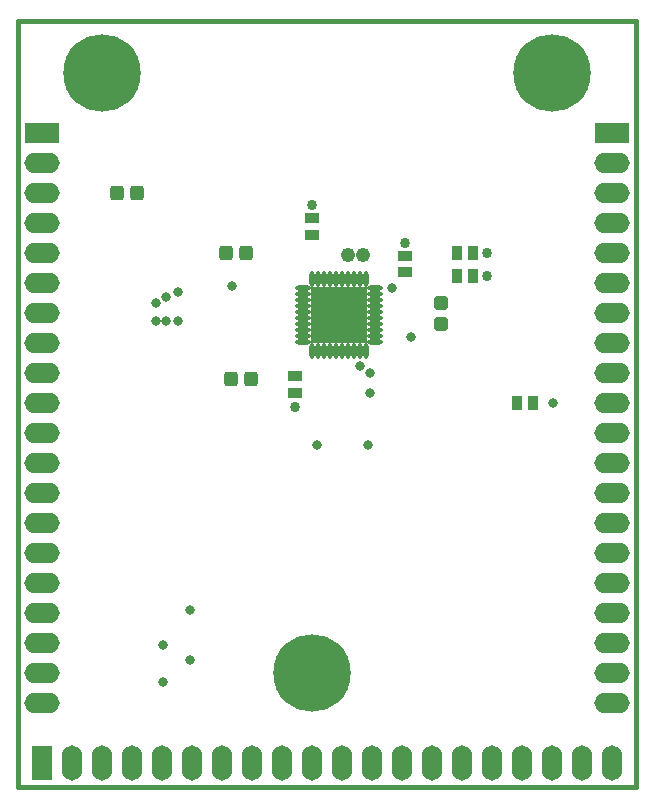
<source format=gts>
G04 Layer_Color=8388736*
%FSLAX25Y25*%
%MOIN*%
G70*
G01*
G75*
%ADD21C,0.01500*%
G04:AMPARAMS|DCode=35|XSize=47.37mil|YSize=43.43mil|CornerRadius=8.43mil|HoleSize=0mil|Usage=FLASHONLY|Rotation=180.000|XOffset=0mil|YOffset=0mil|HoleType=Round|Shape=RoundedRectangle|*
%AMROUNDEDRECTD35*
21,1,0.04737,0.02658,0,0,180.0*
21,1,0.03051,0.04343,0,0,180.0*
1,1,0.01686,-0.01526,0.01329*
1,1,0.01686,0.01526,0.01329*
1,1,0.01686,0.01526,-0.01329*
1,1,0.01686,-0.01526,-0.01329*
%
%ADD35ROUNDEDRECTD35*%
%ADD36R,0.03753X0.04540*%
%ADD37R,0.04540X0.03753*%
G04:AMPARAMS|DCode=38|XSize=47.37mil|YSize=43.43mil|CornerRadius=8.43mil|HoleSize=0mil|Usage=FLASHONLY|Rotation=270.000|XOffset=0mil|YOffset=0mil|HoleType=Round|Shape=RoundedRectangle|*
%AMROUNDEDRECTD38*
21,1,0.04737,0.02658,0,0,270.0*
21,1,0.03051,0.04343,0,0,270.0*
1,1,0.01686,-0.01329,-0.01526*
1,1,0.01686,-0.01329,0.01526*
1,1,0.01686,0.01329,0.01526*
1,1,0.01686,0.01329,-0.01526*
%
%ADD38ROUNDEDRECTD38*%
%ADD39O,0.05131X0.01784*%
%ADD40O,0.01784X0.05131*%
%ADD41R,0.18989X0.18989*%
%ADD42C,0.25800*%
%ADD43O,0.11800X0.06800*%
%ADD44R,0.11800X0.06800*%
%ADD45O,0.06800X0.11800*%
%ADD46R,0.06800X0.11800*%
%ADD47C,0.03200*%
%ADD48C,0.03400*%
%ADD49C,0.02769*%
%ADD50C,0.04800*%
D21*
X100000Y100000D02*
X306000D01*
Y355500D01*
X161500D02*
X306000D01*
X112500D02*
X161500D01*
X102500D02*
X112500D01*
X100000Y100000D02*
Y355500D01*
X102500D01*
D35*
X241000Y254654D02*
D03*
Y261347D02*
D03*
D36*
X266244Y228000D02*
D03*
X271756D02*
D03*
X246244Y278000D02*
D03*
X251756D02*
D03*
X246244Y270500D02*
D03*
X251756D02*
D03*
D37*
X192228Y237102D02*
D03*
Y231591D02*
D03*
X198000Y284244D02*
D03*
Y289756D02*
D03*
X229000Y271744D02*
D03*
Y277256D02*
D03*
D38*
X139847Y298000D02*
D03*
X133153D02*
D03*
X169307Y278000D02*
D03*
X176000D02*
D03*
X171153Y236000D02*
D03*
X177847D02*
D03*
D39*
X195039Y266366D02*
D03*
Y264398D02*
D03*
Y262429D02*
D03*
Y260461D02*
D03*
Y258492D02*
D03*
Y256524D02*
D03*
Y254555D02*
D03*
Y252587D02*
D03*
Y250618D02*
D03*
Y248650D02*
D03*
X219055D02*
D03*
Y250618D02*
D03*
Y252587D02*
D03*
Y254555D02*
D03*
Y256524D02*
D03*
Y258492D02*
D03*
Y260461D02*
D03*
Y262429D02*
D03*
Y264398D02*
D03*
Y266366D02*
D03*
D40*
X198189Y245500D02*
D03*
X200157D02*
D03*
X202126D02*
D03*
X204095D02*
D03*
X206063D02*
D03*
X208032D02*
D03*
X210000D02*
D03*
X211968D02*
D03*
X213937D02*
D03*
X215905D02*
D03*
Y269516D02*
D03*
X213937D02*
D03*
X211968D02*
D03*
X210000D02*
D03*
X208032D02*
D03*
X206063D02*
D03*
X204095D02*
D03*
X202126D02*
D03*
X200157D02*
D03*
X198189D02*
D03*
D41*
X207047Y257508D02*
D03*
D42*
X278000Y338000D02*
D03*
X128000D02*
D03*
X198000Y138000D02*
D03*
D43*
X298000Y128000D02*
D03*
Y138000D02*
D03*
Y148000D02*
D03*
Y158000D02*
D03*
Y168000D02*
D03*
Y178000D02*
D03*
Y188000D02*
D03*
Y198000D02*
D03*
Y208000D02*
D03*
Y218000D02*
D03*
Y228000D02*
D03*
Y238000D02*
D03*
Y248000D02*
D03*
Y258000D02*
D03*
Y268000D02*
D03*
Y278000D02*
D03*
Y288000D02*
D03*
Y298000D02*
D03*
Y308000D02*
D03*
X108000Y128000D02*
D03*
Y138000D02*
D03*
Y148000D02*
D03*
Y158000D02*
D03*
Y168000D02*
D03*
Y178000D02*
D03*
Y188000D02*
D03*
Y198000D02*
D03*
Y208000D02*
D03*
Y218000D02*
D03*
Y228000D02*
D03*
Y238000D02*
D03*
Y248000D02*
D03*
Y258000D02*
D03*
Y268000D02*
D03*
Y278000D02*
D03*
Y288000D02*
D03*
Y298000D02*
D03*
Y308000D02*
D03*
D44*
X298000Y318000D02*
D03*
X108000D02*
D03*
D45*
X298000Y108000D02*
D03*
X288000D02*
D03*
X278000D02*
D03*
X268000D02*
D03*
X258000D02*
D03*
X248000D02*
D03*
X238000D02*
D03*
X228000D02*
D03*
X218000D02*
D03*
X208000D02*
D03*
X198000D02*
D03*
X188000D02*
D03*
X178000D02*
D03*
X168000D02*
D03*
X158000D02*
D03*
X148000D02*
D03*
X138000D02*
D03*
X128000D02*
D03*
X118000D02*
D03*
D46*
X108000D02*
D03*
D47*
X216700Y214200D02*
D03*
X199700Y214300D02*
D03*
X278500Y228000D02*
D03*
X171500Y267000D02*
D03*
X231000Y250000D02*
D03*
X224866Y266366D02*
D03*
X153500Y265000D02*
D03*
Y255500D02*
D03*
X157500Y142500D02*
D03*
Y159000D02*
D03*
X217500Y231500D02*
D03*
X148500Y135000D02*
D03*
Y147500D02*
D03*
X217500Y238000D02*
D03*
X149500Y263500D02*
D03*
X146000Y255500D02*
D03*
Y261500D02*
D03*
X149500Y255500D02*
D03*
X213937Y240500D02*
D03*
D48*
X192228Y226847D02*
D03*
X256500Y270500D02*
D03*
Y278000D02*
D03*
X229000Y281500D02*
D03*
X198000Y294000D02*
D03*
D49*
X200551Y264004D02*
D03*
X204882D02*
D03*
X209213D02*
D03*
X213543D02*
D03*
X200551Y259673D02*
D03*
X204882D02*
D03*
X209213D02*
D03*
X213543D02*
D03*
X200551Y255343D02*
D03*
X204882D02*
D03*
X209213D02*
D03*
X213543D02*
D03*
X200551Y251012D02*
D03*
X204882D02*
D03*
X209213D02*
D03*
X213543D02*
D03*
D50*
X215000Y277500D02*
D03*
X210000D02*
D03*
M02*

</source>
